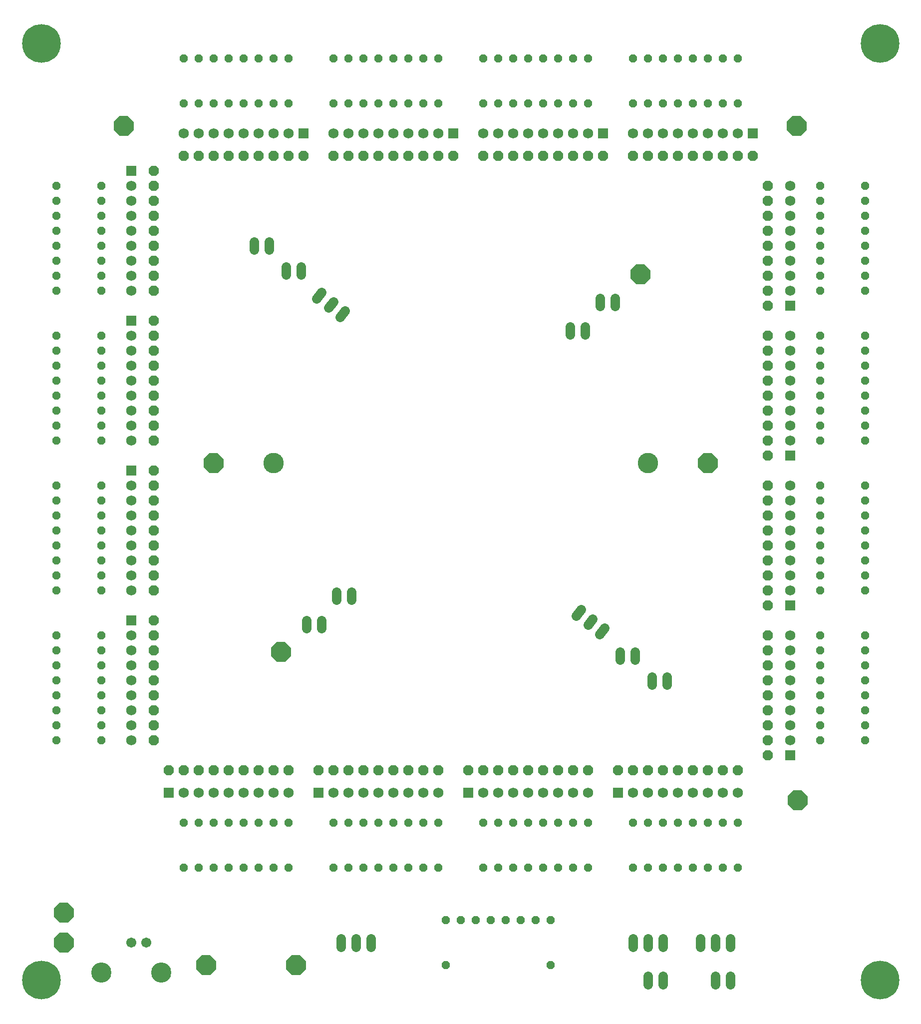
<source format=gbs>
G75*
%MOIN*%
%OFA0B0*%
%FSLAX25Y25*%
%IPPOS*%
%LPD*%
%AMOC8*
5,1,8,0,0,1.08239X$1,22.5*
%
%ADD10C,0.13650*%
%ADD11C,0.13461*%
%ADD12C,0.06706*%
%ADD13R,0.06800X0.06800*%
%ADD14C,0.06800*%
%ADD15C,0.06200*%
%ADD16OC8,0.05524*%
%ADD17OC8,0.06800*%
%ADD18OC8,0.13200*%
%ADD19C,0.25800*%
D10*
X0206500Y0431500D03*
X0456500Y0431500D03*
D11*
X0131500Y0091500D03*
X0091500Y0091500D03*
D12*
X0111500Y0111500D03*
X0121500Y0111500D03*
D13*
X0136500Y0211500D03*
X0236500Y0211500D03*
X0336500Y0211500D03*
X0436500Y0211500D03*
X0551500Y0236500D03*
X0551500Y0336500D03*
X0551500Y0436500D03*
X0551500Y0536500D03*
X0526500Y0651500D03*
X0426500Y0651500D03*
X0326500Y0651500D03*
X0226500Y0651500D03*
X0111500Y0626500D03*
X0111500Y0526500D03*
X0111500Y0426500D03*
X0111500Y0326500D03*
D14*
X0111500Y0316500D03*
X0111500Y0306500D03*
X0111500Y0296500D03*
X0111500Y0286500D03*
X0111500Y0276500D03*
X0111500Y0266500D03*
X0111500Y0256500D03*
X0111500Y0246500D03*
X0146500Y0211500D03*
X0156500Y0211500D03*
X0166500Y0211500D03*
X0176500Y0211500D03*
X0186500Y0211500D03*
X0196500Y0211500D03*
X0206500Y0211500D03*
X0216500Y0211500D03*
X0246500Y0211500D03*
X0256500Y0211500D03*
X0266500Y0211500D03*
X0276500Y0211500D03*
X0286500Y0211500D03*
X0296500Y0211500D03*
X0306500Y0211500D03*
X0316500Y0211500D03*
X0346500Y0211500D03*
X0356500Y0211500D03*
X0366500Y0211500D03*
X0376500Y0211500D03*
X0386500Y0211500D03*
X0396500Y0211500D03*
X0406500Y0211500D03*
X0416500Y0211500D03*
X0446500Y0211500D03*
X0456500Y0211500D03*
X0466500Y0211500D03*
X0476500Y0211500D03*
X0486500Y0211500D03*
X0496500Y0211500D03*
X0506500Y0211500D03*
X0516500Y0211500D03*
X0551500Y0246500D03*
X0551500Y0256500D03*
X0551500Y0266500D03*
X0551500Y0276500D03*
X0551500Y0286500D03*
X0551500Y0296500D03*
X0551500Y0306500D03*
X0551500Y0316500D03*
X0551500Y0346500D03*
X0551500Y0356500D03*
X0551500Y0366500D03*
X0551500Y0376500D03*
X0551500Y0386500D03*
X0551500Y0396500D03*
X0551500Y0406500D03*
X0551500Y0416500D03*
X0551500Y0446500D03*
X0551500Y0456500D03*
X0551500Y0466500D03*
X0551500Y0476500D03*
X0551500Y0486500D03*
X0551500Y0496500D03*
X0551500Y0506500D03*
X0551500Y0516500D03*
X0551500Y0546500D03*
X0551500Y0556500D03*
X0551500Y0566500D03*
X0551500Y0576500D03*
X0551500Y0586500D03*
X0551500Y0596500D03*
X0551500Y0606500D03*
X0551500Y0616500D03*
X0516500Y0651500D03*
X0506500Y0651500D03*
X0496500Y0651500D03*
X0486500Y0651500D03*
X0476500Y0651500D03*
X0466500Y0651500D03*
X0456500Y0651500D03*
X0446500Y0651500D03*
X0416500Y0651500D03*
X0406500Y0651500D03*
X0396500Y0651500D03*
X0386500Y0651500D03*
X0376500Y0651500D03*
X0366500Y0651500D03*
X0356500Y0651500D03*
X0346500Y0651500D03*
X0316500Y0651500D03*
X0306500Y0651500D03*
X0296500Y0651500D03*
X0286500Y0651500D03*
X0276500Y0651500D03*
X0266500Y0651500D03*
X0256500Y0651500D03*
X0246500Y0651500D03*
X0216500Y0651500D03*
X0206500Y0651500D03*
X0196500Y0651500D03*
X0186500Y0651500D03*
X0176500Y0651500D03*
X0166500Y0651500D03*
X0156500Y0651500D03*
X0146500Y0651500D03*
X0111500Y0616500D03*
X0111500Y0606500D03*
X0111500Y0596500D03*
X0111500Y0586500D03*
X0111500Y0576500D03*
X0111500Y0566500D03*
X0111500Y0556500D03*
X0111500Y0546500D03*
X0111500Y0516500D03*
X0111500Y0506500D03*
X0111500Y0496500D03*
X0111500Y0486500D03*
X0111500Y0476500D03*
X0111500Y0466500D03*
X0111500Y0456500D03*
X0111500Y0446500D03*
X0111500Y0416500D03*
X0111500Y0406500D03*
X0111500Y0396500D03*
X0111500Y0386500D03*
X0111500Y0376500D03*
X0111500Y0366500D03*
X0111500Y0356500D03*
X0111500Y0346500D03*
D15*
X0228500Y0326700D02*
X0228500Y0321300D01*
X0238500Y0321300D02*
X0238500Y0326700D01*
X0248500Y0340300D02*
X0248500Y0345700D01*
X0258500Y0345700D02*
X0258500Y0340300D01*
X0408577Y0329686D02*
X0411902Y0333941D01*
X0419782Y0327784D02*
X0416458Y0323529D01*
X0424338Y0317372D02*
X0427662Y0321628D01*
X0438000Y0305700D02*
X0438000Y0300300D01*
X0448000Y0300300D02*
X0448000Y0305700D01*
X0459250Y0288950D02*
X0459250Y0283550D01*
X0469250Y0283550D02*
X0469250Y0288950D01*
X0466500Y0114200D02*
X0466500Y0108800D01*
X0456500Y0108800D02*
X0456500Y0114200D01*
X0446500Y0114200D02*
X0446500Y0108800D01*
X0456500Y0089200D02*
X0456500Y0083800D01*
X0466500Y0083800D02*
X0466500Y0089200D01*
X0491500Y0108800D02*
X0491500Y0114200D01*
X0501500Y0114200D02*
X0501500Y0108800D01*
X0511500Y0108800D02*
X0511500Y0114200D01*
X0511500Y0089200D02*
X0511500Y0083800D01*
X0501500Y0083800D02*
X0501500Y0089200D01*
X0271500Y0108800D02*
X0271500Y0114200D01*
X0261500Y0114200D02*
X0261500Y0108800D01*
X0251500Y0108800D02*
X0251500Y0114200D01*
X0404500Y0517300D02*
X0404500Y0522700D01*
X0414500Y0522700D02*
X0414500Y0517300D01*
X0424500Y0536300D02*
X0424500Y0541700D01*
X0434500Y0541700D02*
X0434500Y0536300D01*
X0254422Y0533314D02*
X0251098Y0529059D01*
X0243218Y0535216D02*
X0246542Y0539471D01*
X0238662Y0545628D02*
X0235338Y0541372D01*
X0225000Y0557300D02*
X0225000Y0562700D01*
X0215000Y0562700D02*
X0215000Y0557300D01*
X0203750Y0574050D02*
X0203750Y0579450D01*
X0193750Y0579450D02*
X0193750Y0574050D01*
D16*
X0196500Y0671500D03*
X0186500Y0671500D03*
X0176500Y0671500D03*
X0166500Y0671500D03*
X0156500Y0671500D03*
X0146500Y0671500D03*
X0146500Y0701500D03*
X0156500Y0701500D03*
X0166500Y0701500D03*
X0176500Y0701500D03*
X0186500Y0701500D03*
X0196500Y0701500D03*
X0206500Y0701500D03*
X0216500Y0701500D03*
X0216500Y0671500D03*
X0206500Y0671500D03*
X0246500Y0671500D03*
X0256500Y0671500D03*
X0266500Y0671500D03*
X0276500Y0671500D03*
X0286500Y0671500D03*
X0296500Y0671500D03*
X0306500Y0671500D03*
X0316500Y0671500D03*
X0316500Y0701500D03*
X0306500Y0701500D03*
X0296500Y0701500D03*
X0286500Y0701500D03*
X0276500Y0701500D03*
X0266500Y0701500D03*
X0256500Y0701500D03*
X0246500Y0701500D03*
X0346500Y0701500D03*
X0356500Y0701500D03*
X0366500Y0701500D03*
X0376500Y0701500D03*
X0386500Y0701500D03*
X0396500Y0701500D03*
X0406500Y0701500D03*
X0416500Y0701500D03*
X0416500Y0671500D03*
X0406500Y0671500D03*
X0396500Y0671500D03*
X0386500Y0671500D03*
X0376500Y0671500D03*
X0366500Y0671500D03*
X0356500Y0671500D03*
X0346500Y0671500D03*
X0446500Y0671500D03*
X0456500Y0671500D03*
X0466500Y0671500D03*
X0476500Y0671500D03*
X0486500Y0671500D03*
X0496500Y0671500D03*
X0506500Y0671500D03*
X0516500Y0671500D03*
X0516500Y0701500D03*
X0506500Y0701500D03*
X0496500Y0701500D03*
X0486500Y0701500D03*
X0476500Y0701500D03*
X0466500Y0701500D03*
X0456500Y0701500D03*
X0446500Y0701500D03*
X0571500Y0616500D03*
X0571500Y0606500D03*
X0571500Y0596500D03*
X0571500Y0586500D03*
X0571500Y0576500D03*
X0571500Y0566500D03*
X0571500Y0556500D03*
X0571500Y0546500D03*
X0571500Y0516500D03*
X0571500Y0506500D03*
X0571500Y0496500D03*
X0571500Y0486500D03*
X0571500Y0476500D03*
X0571500Y0466500D03*
X0571500Y0456500D03*
X0571500Y0446500D03*
X0571500Y0416500D03*
X0571500Y0406500D03*
X0571500Y0396500D03*
X0571500Y0386500D03*
X0571500Y0376500D03*
X0571500Y0366500D03*
X0571500Y0356500D03*
X0571500Y0346500D03*
X0571500Y0316500D03*
X0571500Y0306500D03*
X0571500Y0296500D03*
X0571500Y0286500D03*
X0571500Y0276500D03*
X0571500Y0266500D03*
X0571500Y0256500D03*
X0571500Y0246500D03*
X0601500Y0246500D03*
X0601500Y0256500D03*
X0601500Y0266500D03*
X0601500Y0276500D03*
X0601500Y0286500D03*
X0601500Y0296500D03*
X0601500Y0306500D03*
X0601500Y0316500D03*
X0601500Y0346500D03*
X0601500Y0356500D03*
X0601500Y0366500D03*
X0601500Y0376500D03*
X0601500Y0386500D03*
X0601500Y0396500D03*
X0601500Y0406500D03*
X0601500Y0416500D03*
X0601500Y0446500D03*
X0601500Y0456500D03*
X0601500Y0466500D03*
X0601500Y0476500D03*
X0601500Y0486500D03*
X0601500Y0496500D03*
X0601500Y0506500D03*
X0601500Y0516500D03*
X0601500Y0546500D03*
X0601500Y0556500D03*
X0601500Y0566500D03*
X0601500Y0576500D03*
X0601500Y0586500D03*
X0601500Y0596500D03*
X0601500Y0606500D03*
X0601500Y0616500D03*
X0516500Y0191500D03*
X0506500Y0191500D03*
X0496500Y0191500D03*
X0486500Y0191500D03*
X0476500Y0191500D03*
X0466500Y0191500D03*
X0456500Y0191500D03*
X0446500Y0191500D03*
X0446500Y0161500D03*
X0456500Y0161500D03*
X0466500Y0161500D03*
X0476500Y0161500D03*
X0486500Y0161500D03*
X0496500Y0161500D03*
X0506500Y0161500D03*
X0516500Y0161500D03*
X0416500Y0161500D03*
X0406500Y0161500D03*
X0396500Y0161500D03*
X0386500Y0161500D03*
X0376500Y0161500D03*
X0366500Y0161500D03*
X0356500Y0161500D03*
X0346500Y0161500D03*
X0346500Y0191500D03*
X0356500Y0191500D03*
X0366500Y0191500D03*
X0376500Y0191500D03*
X0386500Y0191500D03*
X0396500Y0191500D03*
X0406500Y0191500D03*
X0416500Y0191500D03*
X0391500Y0126500D03*
X0381500Y0126500D03*
X0371500Y0126500D03*
X0361500Y0126500D03*
X0351500Y0126500D03*
X0341500Y0126500D03*
X0331500Y0126500D03*
X0321500Y0126500D03*
X0321500Y0096500D03*
X0316500Y0161500D03*
X0306500Y0161500D03*
X0296500Y0161500D03*
X0286500Y0161500D03*
X0276500Y0161500D03*
X0266500Y0161500D03*
X0256500Y0161500D03*
X0246500Y0161500D03*
X0246500Y0191500D03*
X0256500Y0191500D03*
X0266500Y0191500D03*
X0276500Y0191500D03*
X0286500Y0191500D03*
X0296500Y0191500D03*
X0306500Y0191500D03*
X0316500Y0191500D03*
X0391500Y0096500D03*
X0216500Y0161500D03*
X0206500Y0161500D03*
X0196500Y0161500D03*
X0186500Y0161500D03*
X0176500Y0161500D03*
X0166500Y0161500D03*
X0156500Y0161500D03*
X0146500Y0161500D03*
X0146500Y0191500D03*
X0156500Y0191500D03*
X0166500Y0191500D03*
X0176500Y0191500D03*
X0186500Y0191500D03*
X0196500Y0191500D03*
X0206500Y0191500D03*
X0216500Y0191500D03*
X0091500Y0246500D03*
X0091500Y0256500D03*
X0091500Y0266500D03*
X0091500Y0276500D03*
X0091500Y0286500D03*
X0091500Y0296500D03*
X0091500Y0306500D03*
X0091500Y0316500D03*
X0091500Y0346500D03*
X0091500Y0356500D03*
X0091500Y0366500D03*
X0091500Y0376500D03*
X0091500Y0386500D03*
X0091500Y0396500D03*
X0091500Y0406500D03*
X0091500Y0416500D03*
X0091500Y0446500D03*
X0091500Y0456500D03*
X0091500Y0466500D03*
X0091500Y0476500D03*
X0091500Y0486500D03*
X0091500Y0496500D03*
X0091500Y0506500D03*
X0091500Y0516500D03*
X0091500Y0546500D03*
X0091500Y0556500D03*
X0091500Y0566500D03*
X0091500Y0576500D03*
X0091500Y0586500D03*
X0091500Y0596500D03*
X0091500Y0606500D03*
X0091500Y0616500D03*
X0061500Y0616500D03*
X0061500Y0606500D03*
X0061500Y0596500D03*
X0061500Y0586500D03*
X0061500Y0576500D03*
X0061500Y0566500D03*
X0061500Y0556500D03*
X0061500Y0546500D03*
X0061500Y0516500D03*
X0061500Y0506500D03*
X0061500Y0496500D03*
X0061500Y0486500D03*
X0061500Y0476500D03*
X0061500Y0466500D03*
X0061500Y0456500D03*
X0061500Y0446500D03*
X0061500Y0416500D03*
X0061500Y0406500D03*
X0061500Y0396500D03*
X0061500Y0386500D03*
X0061500Y0376500D03*
X0061500Y0366500D03*
X0061500Y0356500D03*
X0061500Y0346500D03*
X0061500Y0316500D03*
X0061500Y0306500D03*
X0061500Y0296500D03*
X0061500Y0286500D03*
X0061500Y0276500D03*
X0061500Y0266500D03*
X0061500Y0256500D03*
X0061500Y0246500D03*
D17*
X0126500Y0246500D03*
X0126500Y0256500D03*
X0126500Y0266500D03*
X0126500Y0276500D03*
X0126500Y0286500D03*
X0126500Y0296500D03*
X0126500Y0306500D03*
X0126500Y0316500D03*
X0126500Y0326500D03*
X0126500Y0346500D03*
X0126500Y0356500D03*
X0126500Y0366500D03*
X0126500Y0376500D03*
X0126500Y0386500D03*
X0126500Y0396500D03*
X0126500Y0406500D03*
X0126500Y0416500D03*
X0126500Y0426500D03*
X0126500Y0446500D03*
X0126500Y0456500D03*
X0126500Y0466500D03*
X0126500Y0476500D03*
X0126500Y0486500D03*
X0126500Y0496500D03*
X0126500Y0506500D03*
X0126500Y0516500D03*
X0126500Y0526500D03*
X0126500Y0546500D03*
X0126500Y0556500D03*
X0126500Y0566500D03*
X0126500Y0576500D03*
X0126500Y0586500D03*
X0126500Y0596500D03*
X0126500Y0606500D03*
X0126500Y0616500D03*
X0126500Y0626500D03*
X0146500Y0636500D03*
X0156500Y0636500D03*
X0166500Y0636500D03*
X0176500Y0636500D03*
X0186500Y0636500D03*
X0196500Y0636500D03*
X0206500Y0636500D03*
X0216500Y0636500D03*
X0226500Y0636500D03*
X0246500Y0636500D03*
X0256500Y0636500D03*
X0266500Y0636500D03*
X0276500Y0636500D03*
X0286500Y0636500D03*
X0296500Y0636500D03*
X0306500Y0636500D03*
X0316500Y0636500D03*
X0326500Y0636500D03*
X0346500Y0636500D03*
X0356500Y0636500D03*
X0366500Y0636500D03*
X0376500Y0636500D03*
X0386500Y0636500D03*
X0396500Y0636500D03*
X0406500Y0636500D03*
X0416500Y0636500D03*
X0426500Y0636500D03*
X0446500Y0636500D03*
X0456500Y0636500D03*
X0466500Y0636500D03*
X0476500Y0636500D03*
X0486500Y0636500D03*
X0496500Y0636500D03*
X0506500Y0636500D03*
X0516500Y0636500D03*
X0526500Y0636500D03*
X0536500Y0616500D03*
X0536500Y0606500D03*
X0536500Y0596500D03*
X0536500Y0586500D03*
X0536500Y0576500D03*
X0536500Y0566500D03*
X0536500Y0556500D03*
X0536500Y0546500D03*
X0536500Y0536500D03*
X0536500Y0516500D03*
X0536500Y0506500D03*
X0536500Y0496500D03*
X0536500Y0486500D03*
X0536500Y0476500D03*
X0536500Y0466500D03*
X0536500Y0456500D03*
X0536500Y0446500D03*
X0536500Y0436500D03*
X0536500Y0416500D03*
X0536500Y0406500D03*
X0536500Y0396500D03*
X0536500Y0386500D03*
X0536500Y0376500D03*
X0536500Y0366500D03*
X0536500Y0356500D03*
X0536500Y0346500D03*
X0536500Y0336500D03*
X0536500Y0316500D03*
X0536500Y0306500D03*
X0536500Y0296500D03*
X0536500Y0286500D03*
X0536500Y0276500D03*
X0536500Y0266500D03*
X0536500Y0256500D03*
X0536500Y0246500D03*
X0536500Y0236500D03*
X0516500Y0226500D03*
X0506500Y0226500D03*
X0496500Y0226500D03*
X0486500Y0226500D03*
X0476500Y0226500D03*
X0466500Y0226500D03*
X0456500Y0226500D03*
X0446500Y0226500D03*
X0436500Y0226500D03*
X0416500Y0226500D03*
X0406500Y0226500D03*
X0396500Y0226500D03*
X0386500Y0226500D03*
X0376500Y0226500D03*
X0366500Y0226500D03*
X0356500Y0226500D03*
X0346500Y0226500D03*
X0336500Y0226500D03*
X0316500Y0226500D03*
X0306500Y0226500D03*
X0296500Y0226500D03*
X0286500Y0226500D03*
X0276500Y0226500D03*
X0266500Y0226500D03*
X0256500Y0226500D03*
X0246500Y0226500D03*
X0236500Y0226500D03*
X0216500Y0226500D03*
X0206500Y0226500D03*
X0196500Y0226500D03*
X0186500Y0226500D03*
X0176500Y0226500D03*
X0166500Y0226500D03*
X0156500Y0226500D03*
X0146500Y0226500D03*
X0136500Y0226500D03*
D18*
X0211500Y0305500D03*
X0166500Y0431500D03*
X0106500Y0656500D03*
X0451500Y0557500D03*
X0556000Y0656500D03*
X0496500Y0431500D03*
X0556500Y0206500D03*
X0221500Y0096500D03*
X0161500Y0096500D03*
X0066500Y0111500D03*
X0066500Y0131500D03*
D19*
X0051500Y0086500D03*
X0051500Y0711500D03*
X0611500Y0711500D03*
X0611500Y0086500D03*
M02*

</source>
